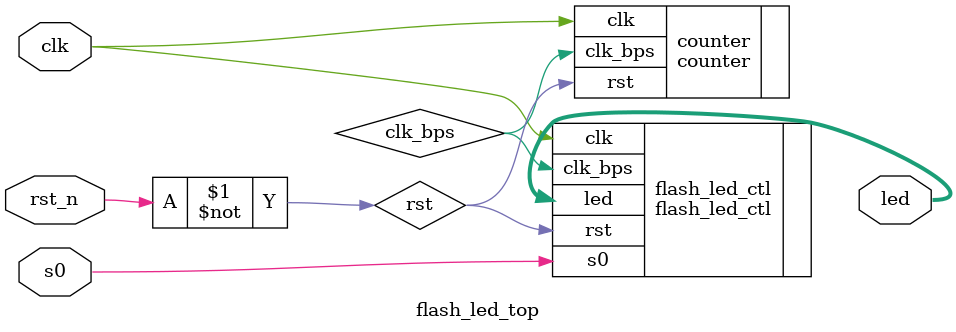
<source format=v>
`timescale 1ns / 1ps


module flash_led_top(
        input clk,
 	 	input rst_n,
 	 	input s0,
 	 	output [15:0]led
 	 	);
 	 	wire clk_bps;
 	 	wire rst;
 	 	assign rst = ~rst_n;
 	 	
 	 	counter counter(
 	 		.clk( clk ),
 	 		.rst( rst ),
 	 		.clk_bps( clk_bps )
 	 	);
 	 	flash_led_ctl flash_led_ctl(
 	 		.clk( clk ),
 	 		.rst( rst ),
 	 		.s0( s0 ),
 	 		.clk_bps( clk_bps ),
 	 		.led( led )
 	 	);
endmodule

</source>
